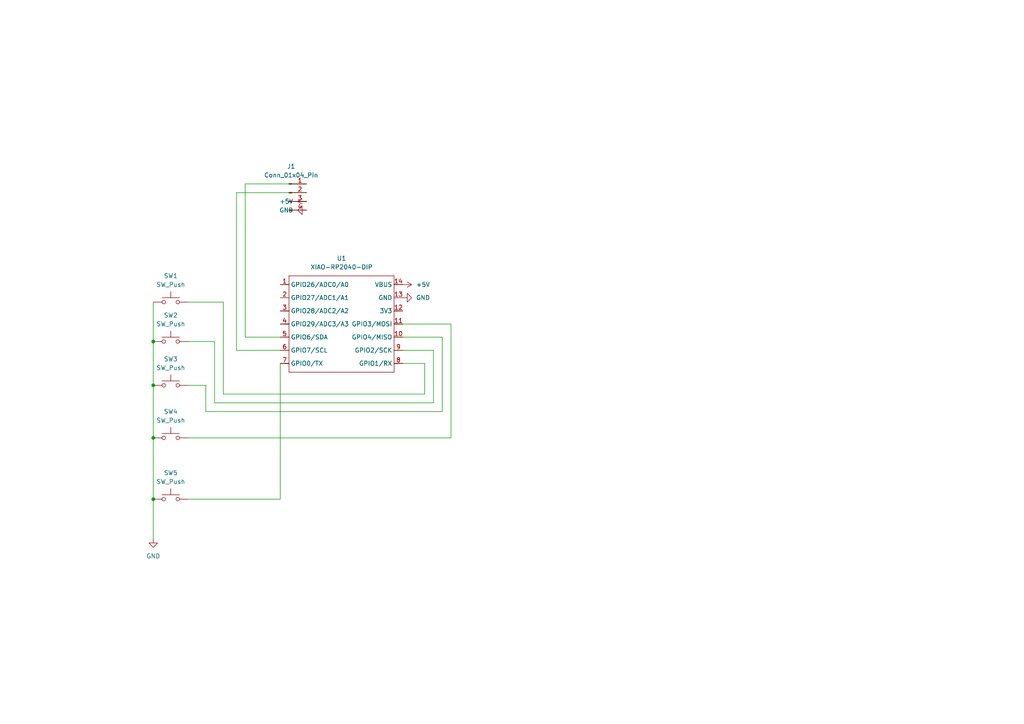
<source format=kicad_sch>
(kicad_sch
	(version 20250114)
	(generator "eeschema")
	(generator_version "9.0")
	(uuid "85007a06-6210-423e-9436-62e59545c1c4")
	(paper "A4")
	(lib_symbols
		(symbol "Connector:Conn_01x04_Pin"
			(pin_names
				(offset 1.016)
				(hide yes)
			)
			(exclude_from_sim no)
			(in_bom yes)
			(on_board yes)
			(property "Reference" "J"
				(at 0 5.08 0)
				(effects
					(font
						(size 1.27 1.27)
					)
				)
			)
			(property "Value" "Conn_01x04_Pin"
				(at 0 -7.62 0)
				(effects
					(font
						(size 1.27 1.27)
					)
				)
			)
			(property "Footprint" ""
				(at 0 0 0)
				(effects
					(font
						(size 1.27 1.27)
					)
					(hide yes)
				)
			)
			(property "Datasheet" "~"
				(at 0 0 0)
				(effects
					(font
						(size 1.27 1.27)
					)
					(hide yes)
				)
			)
			(property "Description" "Generic connector, single row, 01x04, script generated"
				(at 0 0 0)
				(effects
					(font
						(size 1.27 1.27)
					)
					(hide yes)
				)
			)
			(property "ki_locked" ""
				(at 0 0 0)
				(effects
					(font
						(size 1.27 1.27)
					)
				)
			)
			(property "ki_keywords" "connector"
				(at 0 0 0)
				(effects
					(font
						(size 1.27 1.27)
					)
					(hide yes)
				)
			)
			(property "ki_fp_filters" "Connector*:*_1x??_*"
				(at 0 0 0)
				(effects
					(font
						(size 1.27 1.27)
					)
					(hide yes)
				)
			)
			(symbol "Conn_01x04_Pin_1_1"
				(rectangle
					(start 0.8636 2.667)
					(end 0 2.413)
					(stroke
						(width 0.1524)
						(type default)
					)
					(fill
						(type outline)
					)
				)
				(rectangle
					(start 0.8636 0.127)
					(end 0 -0.127)
					(stroke
						(width 0.1524)
						(type default)
					)
					(fill
						(type outline)
					)
				)
				(rectangle
					(start 0.8636 -2.413)
					(end 0 -2.667)
					(stroke
						(width 0.1524)
						(type default)
					)
					(fill
						(type outline)
					)
				)
				(rectangle
					(start 0.8636 -4.953)
					(end 0 -5.207)
					(stroke
						(width 0.1524)
						(type default)
					)
					(fill
						(type outline)
					)
				)
				(polyline
					(pts
						(xy 1.27 2.54) (xy 0.8636 2.54)
					)
					(stroke
						(width 0.1524)
						(type default)
					)
					(fill
						(type none)
					)
				)
				(polyline
					(pts
						(xy 1.27 0) (xy 0.8636 0)
					)
					(stroke
						(width 0.1524)
						(type default)
					)
					(fill
						(type none)
					)
				)
				(polyline
					(pts
						(xy 1.27 -2.54) (xy 0.8636 -2.54)
					)
					(stroke
						(width 0.1524)
						(type default)
					)
					(fill
						(type none)
					)
				)
				(polyline
					(pts
						(xy 1.27 -5.08) (xy 0.8636 -5.08)
					)
					(stroke
						(width 0.1524)
						(type default)
					)
					(fill
						(type none)
					)
				)
				(pin passive line
					(at 5.08 2.54 180)
					(length 3.81)
					(name "Pin_1"
						(effects
							(font
								(size 1.27 1.27)
							)
						)
					)
					(number "1"
						(effects
							(font
								(size 1.27 1.27)
							)
						)
					)
				)
				(pin passive line
					(at 5.08 0 180)
					(length 3.81)
					(name "Pin_2"
						(effects
							(font
								(size 1.27 1.27)
							)
						)
					)
					(number "2"
						(effects
							(font
								(size 1.27 1.27)
							)
						)
					)
				)
				(pin passive line
					(at 5.08 -2.54 180)
					(length 3.81)
					(name "Pin_3"
						(effects
							(font
								(size 1.27 1.27)
							)
						)
					)
					(number "3"
						(effects
							(font
								(size 1.27 1.27)
							)
						)
					)
				)
				(pin passive line
					(at 5.08 -5.08 180)
					(length 3.81)
					(name "Pin_4"
						(effects
							(font
								(size 1.27 1.27)
							)
						)
					)
					(number "4"
						(effects
							(font
								(size 1.27 1.27)
							)
						)
					)
				)
			)
			(embedded_fonts no)
		)
		(symbol "OPL:XIAO-RP2040-DIP"
			(exclude_from_sim no)
			(in_bom yes)
			(on_board yes)
			(property "Reference" "U"
				(at 0 0 0)
				(effects
					(font
						(size 1.27 1.27)
					)
				)
			)
			(property "Value" "XIAO-RP2040-DIP"
				(at 5.334 -1.778 0)
				(effects
					(font
						(size 1.27 1.27)
					)
				)
			)
			(property "Footprint" "Module:MOUDLE14P-XIAO-DIP-SMD"
				(at 14.478 -32.258 0)
				(effects
					(font
						(size 1.27 1.27)
					)
					(hide yes)
				)
			)
			(property "Datasheet" ""
				(at 0 0 0)
				(effects
					(font
						(size 1.27 1.27)
					)
					(hide yes)
				)
			)
			(property "Description" ""
				(at 0 0 0)
				(effects
					(font
						(size 1.27 1.27)
					)
					(hide yes)
				)
			)
			(symbol "XIAO-RP2040-DIP_1_0"
				(polyline
					(pts
						(xy -1.27 -2.54) (xy 29.21 -2.54)
					)
					(stroke
						(width 0.1524)
						(type solid)
					)
					(fill
						(type none)
					)
				)
				(polyline
					(pts
						(xy -1.27 -5.08) (xy -2.54 -5.08)
					)
					(stroke
						(width 0.1524)
						(type solid)
					)
					(fill
						(type none)
					)
				)
				(polyline
					(pts
						(xy -1.27 -5.08) (xy -1.27 -2.54)
					)
					(stroke
						(width 0.1524)
						(type solid)
					)
					(fill
						(type none)
					)
				)
				(polyline
					(pts
						(xy -1.27 -8.89) (xy -2.54 -8.89)
					)
					(stroke
						(width 0.1524)
						(type solid)
					)
					(fill
						(type none)
					)
				)
				(polyline
					(pts
						(xy -1.27 -8.89) (xy -1.27 -5.08)
					)
					(stroke
						(width 0.1524)
						(type solid)
					)
					(fill
						(type none)
					)
				)
				(polyline
					(pts
						(xy -1.27 -12.7) (xy -2.54 -12.7)
					)
					(stroke
						(width 0.1524)
						(type solid)
					)
					(fill
						(type none)
					)
				)
				(polyline
					(pts
						(xy -1.27 -12.7) (xy -1.27 -8.89)
					)
					(stroke
						(width 0.1524)
						(type solid)
					)
					(fill
						(type none)
					)
				)
				(polyline
					(pts
						(xy -1.27 -16.51) (xy -2.54 -16.51)
					)
					(stroke
						(width 0.1524)
						(type solid)
					)
					(fill
						(type none)
					)
				)
				(polyline
					(pts
						(xy -1.27 -16.51) (xy -1.27 -12.7)
					)
					(stroke
						(width 0.1524)
						(type solid)
					)
					(fill
						(type none)
					)
				)
				(polyline
					(pts
						(xy -1.27 -20.32) (xy -2.54 -20.32)
					)
					(stroke
						(width 0.1524)
						(type solid)
					)
					(fill
						(type none)
					)
				)
				(polyline
					(pts
						(xy -1.27 -24.13) (xy -2.54 -24.13)
					)
					(stroke
						(width 0.1524)
						(type solid)
					)
					(fill
						(type none)
					)
				)
				(polyline
					(pts
						(xy -1.27 -27.94) (xy -2.54 -27.94)
					)
					(stroke
						(width 0.1524)
						(type solid)
					)
					(fill
						(type none)
					)
				)
				(polyline
					(pts
						(xy -1.27 -30.48) (xy -1.27 -16.51)
					)
					(stroke
						(width 0.1524)
						(type solid)
					)
					(fill
						(type none)
					)
				)
				(polyline
					(pts
						(xy 29.21 -2.54) (xy 29.21 -5.08)
					)
					(stroke
						(width 0.1524)
						(type solid)
					)
					(fill
						(type none)
					)
				)
				(polyline
					(pts
						(xy 29.21 -5.08) (xy 29.21 -8.89)
					)
					(stroke
						(width 0.1524)
						(type solid)
					)
					(fill
						(type none)
					)
				)
				(polyline
					(pts
						(xy 29.21 -8.89) (xy 29.21 -12.7)
					)
					(stroke
						(width 0.1524)
						(type solid)
					)
					(fill
						(type none)
					)
				)
				(polyline
					(pts
						(xy 29.21 -12.7) (xy 29.21 -30.48)
					)
					(stroke
						(width 0.1524)
						(type solid)
					)
					(fill
						(type none)
					)
				)
				(polyline
					(pts
						(xy 29.21 -30.48) (xy -1.27 -30.48)
					)
					(stroke
						(width 0.1524)
						(type solid)
					)
					(fill
						(type none)
					)
				)
				(polyline
					(pts
						(xy 30.48 -5.08) (xy 29.21 -5.08)
					)
					(stroke
						(width 0.1524)
						(type solid)
					)
					(fill
						(type none)
					)
				)
				(polyline
					(pts
						(xy 30.48 -8.89) (xy 29.21 -8.89)
					)
					(stroke
						(width 0.1524)
						(type solid)
					)
					(fill
						(type none)
					)
				)
				(polyline
					(pts
						(xy 30.48 -12.7) (xy 29.21 -12.7)
					)
					(stroke
						(width 0.1524)
						(type solid)
					)
					(fill
						(type none)
					)
				)
				(polyline
					(pts
						(xy 30.48 -16.51) (xy 29.21 -16.51)
					)
					(stroke
						(width 0.1524)
						(type solid)
					)
					(fill
						(type none)
					)
				)
				(polyline
					(pts
						(xy 30.48 -20.32) (xy 29.21 -20.32)
					)
					(stroke
						(width 0.1524)
						(type solid)
					)
					(fill
						(type none)
					)
				)
				(polyline
					(pts
						(xy 30.48 -24.13) (xy 29.21 -24.13)
					)
					(stroke
						(width 0.1524)
						(type solid)
					)
					(fill
						(type none)
					)
				)
				(polyline
					(pts
						(xy 30.48 -27.94) (xy 29.21 -27.94)
					)
					(stroke
						(width 0.1524)
						(type solid)
					)
					(fill
						(type none)
					)
				)
				(pin passive line
					(at -3.81 -5.08 0)
					(length 2.54)
					(name "GPIO26/ADC0/A0"
						(effects
							(font
								(size 1.27 1.27)
							)
						)
					)
					(number "1"
						(effects
							(font
								(size 1.27 1.27)
							)
						)
					)
				)
				(pin passive line
					(at -3.81 -8.89 0)
					(length 2.54)
					(name "GPIO27/ADC1/A1"
						(effects
							(font
								(size 1.27 1.27)
							)
						)
					)
					(number "2"
						(effects
							(font
								(size 1.27 1.27)
							)
						)
					)
				)
				(pin passive line
					(at -3.81 -12.7 0)
					(length 2.54)
					(name "GPIO28/ADC2/A2"
						(effects
							(font
								(size 1.27 1.27)
							)
						)
					)
					(number "3"
						(effects
							(font
								(size 1.27 1.27)
							)
						)
					)
				)
				(pin passive line
					(at -3.81 -16.51 0)
					(length 2.54)
					(name "GPIO29/ADC3/A3"
						(effects
							(font
								(size 1.27 1.27)
							)
						)
					)
					(number "4"
						(effects
							(font
								(size 1.27 1.27)
							)
						)
					)
				)
				(pin passive line
					(at -3.81 -20.32 0)
					(length 2.54)
					(name "GPIO6/SDA"
						(effects
							(font
								(size 1.27 1.27)
							)
						)
					)
					(number "5"
						(effects
							(font
								(size 1.27 1.27)
							)
						)
					)
				)
				(pin passive line
					(at -3.81 -24.13 0)
					(length 2.54)
					(name "GPIO7/SCL"
						(effects
							(font
								(size 1.27 1.27)
							)
						)
					)
					(number "6"
						(effects
							(font
								(size 1.27 1.27)
							)
						)
					)
				)
				(pin passive line
					(at -3.81 -27.94 0)
					(length 2.54)
					(name "GPIO0/TX"
						(effects
							(font
								(size 1.27 1.27)
							)
						)
					)
					(number "7"
						(effects
							(font
								(size 1.27 1.27)
							)
						)
					)
				)
				(pin passive line
					(at 31.75 -5.08 180)
					(length 2.54)
					(name "VBUS"
						(effects
							(font
								(size 1.27 1.27)
							)
						)
					)
					(number "14"
						(effects
							(font
								(size 1.27 1.27)
							)
						)
					)
				)
				(pin passive line
					(at 31.75 -8.89 180)
					(length 2.54)
					(name "GND"
						(effects
							(font
								(size 1.27 1.27)
							)
						)
					)
					(number "13"
						(effects
							(font
								(size 1.27 1.27)
							)
						)
					)
				)
				(pin passive line
					(at 31.75 -12.7 180)
					(length 2.54)
					(name "3V3"
						(effects
							(font
								(size 1.27 1.27)
							)
						)
					)
					(number "12"
						(effects
							(font
								(size 1.27 1.27)
							)
						)
					)
				)
				(pin passive line
					(at 31.75 -16.51 180)
					(length 2.54)
					(name "GPIO3/MOSI"
						(effects
							(font
								(size 1.27 1.27)
							)
						)
					)
					(number "11"
						(effects
							(font
								(size 1.27 1.27)
							)
						)
					)
				)
				(pin passive line
					(at 31.75 -20.32 180)
					(length 2.54)
					(name "GPIO4/MISO"
						(effects
							(font
								(size 1.27 1.27)
							)
						)
					)
					(number "10"
						(effects
							(font
								(size 1.27 1.27)
							)
						)
					)
				)
				(pin passive line
					(at 31.75 -24.13 180)
					(length 2.54)
					(name "GPIO2/SCK"
						(effects
							(font
								(size 1.27 1.27)
							)
						)
					)
					(number "9"
						(effects
							(font
								(size 1.27 1.27)
							)
						)
					)
				)
				(pin passive line
					(at 31.75 -27.94 180)
					(length 2.54)
					(name "GPIO1/RX"
						(effects
							(font
								(size 1.27 1.27)
							)
						)
					)
					(number "8"
						(effects
							(font
								(size 1.27 1.27)
							)
						)
					)
				)
			)
			(embedded_fonts no)
		)
		(symbol "Switch:SW_Push"
			(pin_numbers
				(hide yes)
			)
			(pin_names
				(offset 1.016)
				(hide yes)
			)
			(exclude_from_sim no)
			(in_bom yes)
			(on_board yes)
			(property "Reference" "SW"
				(at 1.27 2.54 0)
				(effects
					(font
						(size 1.27 1.27)
					)
					(justify left)
				)
			)
			(property "Value" "SW_Push"
				(at 0 -1.524 0)
				(effects
					(font
						(size 1.27 1.27)
					)
				)
			)
			(property "Footprint" ""
				(at 0 5.08 0)
				(effects
					(font
						(size 1.27 1.27)
					)
					(hide yes)
				)
			)
			(property "Datasheet" "~"
				(at 0 5.08 0)
				(effects
					(font
						(size 1.27 1.27)
					)
					(hide yes)
				)
			)
			(property "Description" "Push button switch, generic, two pins"
				(at 0 0 0)
				(effects
					(font
						(size 1.27 1.27)
					)
					(hide yes)
				)
			)
			(property "ki_keywords" "switch normally-open pushbutton push-button"
				(at 0 0 0)
				(effects
					(font
						(size 1.27 1.27)
					)
					(hide yes)
				)
			)
			(symbol "SW_Push_0_1"
				(circle
					(center -2.032 0)
					(radius 0.508)
					(stroke
						(width 0)
						(type default)
					)
					(fill
						(type none)
					)
				)
				(polyline
					(pts
						(xy 0 1.27) (xy 0 3.048)
					)
					(stroke
						(width 0)
						(type default)
					)
					(fill
						(type none)
					)
				)
				(circle
					(center 2.032 0)
					(radius 0.508)
					(stroke
						(width 0)
						(type default)
					)
					(fill
						(type none)
					)
				)
				(polyline
					(pts
						(xy 2.54 1.27) (xy -2.54 1.27)
					)
					(stroke
						(width 0)
						(type default)
					)
					(fill
						(type none)
					)
				)
				(pin passive line
					(at -5.08 0 0)
					(length 2.54)
					(name "1"
						(effects
							(font
								(size 1.27 1.27)
							)
						)
					)
					(number "1"
						(effects
							(font
								(size 1.27 1.27)
							)
						)
					)
				)
				(pin passive line
					(at 5.08 0 180)
					(length 2.54)
					(name "2"
						(effects
							(font
								(size 1.27 1.27)
							)
						)
					)
					(number "2"
						(effects
							(font
								(size 1.27 1.27)
							)
						)
					)
				)
			)
			(embedded_fonts no)
		)
		(symbol "power:+5V"
			(power)
			(pin_numbers
				(hide yes)
			)
			(pin_names
				(offset 0)
				(hide yes)
			)
			(exclude_from_sim no)
			(in_bom yes)
			(on_board yes)
			(property "Reference" "#PWR"
				(at 0 -3.81 0)
				(effects
					(font
						(size 1.27 1.27)
					)
					(hide yes)
				)
			)
			(property "Value" "+5V"
				(at 0 3.556 0)
				(effects
					(font
						(size 1.27 1.27)
					)
				)
			)
			(property "Footprint" ""
				(at 0 0 0)
				(effects
					(font
						(size 1.27 1.27)
					)
					(hide yes)
				)
			)
			(property "Datasheet" ""
				(at 0 0 0)
				(effects
					(font
						(size 1.27 1.27)
					)
					(hide yes)
				)
			)
			(property "Description" "Power symbol creates a global label with name \"+5V\""
				(at 0 0 0)
				(effects
					(font
						(size 1.27 1.27)
					)
					(hide yes)
				)
			)
			(property "ki_keywords" "global power"
				(at 0 0 0)
				(effects
					(font
						(size 1.27 1.27)
					)
					(hide yes)
				)
			)
			(symbol "+5V_0_1"
				(polyline
					(pts
						(xy -0.762 1.27) (xy 0 2.54)
					)
					(stroke
						(width 0)
						(type default)
					)
					(fill
						(type none)
					)
				)
				(polyline
					(pts
						(xy 0 2.54) (xy 0.762 1.27)
					)
					(stroke
						(width 0)
						(type default)
					)
					(fill
						(type none)
					)
				)
				(polyline
					(pts
						(xy 0 0) (xy 0 2.54)
					)
					(stroke
						(width 0)
						(type default)
					)
					(fill
						(type none)
					)
				)
			)
			(symbol "+5V_1_1"
				(pin power_in line
					(at 0 0 90)
					(length 0)
					(name "~"
						(effects
							(font
								(size 1.27 1.27)
							)
						)
					)
					(number "1"
						(effects
							(font
								(size 1.27 1.27)
							)
						)
					)
				)
			)
			(embedded_fonts no)
		)
		(symbol "power:GND"
			(power)
			(pin_numbers
				(hide yes)
			)
			(pin_names
				(offset 0)
				(hide yes)
			)
			(exclude_from_sim no)
			(in_bom yes)
			(on_board yes)
			(property "Reference" "#PWR"
				(at 0 -6.35 0)
				(effects
					(font
						(size 1.27 1.27)
					)
					(hide yes)
				)
			)
			(property "Value" "GND"
				(at 0 -3.81 0)
				(effects
					(font
						(size 1.27 1.27)
					)
				)
			)
			(property "Footprint" ""
				(at 0 0 0)
				(effects
					(font
						(size 1.27 1.27)
					)
					(hide yes)
				)
			)
			(property "Datasheet" ""
				(at 0 0 0)
				(effects
					(font
						(size 1.27 1.27)
					)
					(hide yes)
				)
			)
			(property "Description" "Power symbol creates a global label with name \"GND\" , ground"
				(at 0 0 0)
				(effects
					(font
						(size 1.27 1.27)
					)
					(hide yes)
				)
			)
			(property "ki_keywords" "global power"
				(at 0 0 0)
				(effects
					(font
						(size 1.27 1.27)
					)
					(hide yes)
				)
			)
			(symbol "GND_0_1"
				(polyline
					(pts
						(xy 0 0) (xy 0 -1.27) (xy 1.27 -1.27) (xy 0 -2.54) (xy -1.27 -1.27) (xy 0 -1.27)
					)
					(stroke
						(width 0)
						(type default)
					)
					(fill
						(type none)
					)
				)
			)
			(symbol "GND_1_1"
				(pin power_in line
					(at 0 0 270)
					(length 0)
					(name "~"
						(effects
							(font
								(size 1.27 1.27)
							)
						)
					)
					(number "1"
						(effects
							(font
								(size 1.27 1.27)
							)
						)
					)
				)
			)
			(embedded_fonts no)
		)
	)
	(junction
		(at 44.45 99.06)
		(diameter 0)
		(color 0 0 0 0)
		(uuid "116e4de2-fc57-4012-945c-283a1b7e8f84")
	)
	(junction
		(at 44.45 127)
		(diameter 0)
		(color 0 0 0 0)
		(uuid "2da5ce5e-add8-4ed5-a336-ac8419bc7290")
	)
	(junction
		(at 44.45 144.78)
		(diameter 0)
		(color 0 0 0 0)
		(uuid "4037361e-f91e-4750-bc5a-21a40ab47d8f")
	)
	(junction
		(at 44.45 111.76)
		(diameter 0)
		(color 0 0 0 0)
		(uuid "aa2b6413-2529-4c64-a40f-b66c96ab1c72")
	)
	(wire
		(pts
			(xy 44.45 87.63) (xy 44.45 99.06)
		)
		(stroke
			(width 0)
			(type default)
		)
		(uuid "024f0c0a-c9e5-4927-b6f6-03924e968b00")
	)
	(wire
		(pts
			(xy 64.77 87.63) (xy 64.77 114.3)
		)
		(stroke
			(width 0)
			(type default)
		)
		(uuid "045dc45e-8a9d-4731-bbf3-cf018116d8b9")
	)
	(wire
		(pts
			(xy 68.58 55.88) (xy 88.9 55.88)
		)
		(stroke
			(width 0)
			(type default)
		)
		(uuid "28fa9f6e-d697-4bf7-9042-376fb5611a42")
	)
	(wire
		(pts
			(xy 130.81 127) (xy 130.81 93.98)
		)
		(stroke
			(width 0)
			(type default)
		)
		(uuid "2e807eba-ba56-4b78-8e77-cc6ee2a242bc")
	)
	(wire
		(pts
			(xy 128.27 119.38) (xy 128.27 97.79)
		)
		(stroke
			(width 0)
			(type default)
		)
		(uuid "32dcf400-2dfb-4789-9992-9c277fcee90d")
	)
	(wire
		(pts
			(xy 125.73 116.84) (xy 125.73 101.6)
		)
		(stroke
			(width 0)
			(type default)
		)
		(uuid "36f36554-4c20-4335-9708-ce7b11028488")
	)
	(wire
		(pts
			(xy 54.61 127) (xy 130.81 127)
		)
		(stroke
			(width 0)
			(type default)
		)
		(uuid "40c80b91-388a-401d-8deb-9a13b47bbb01")
	)
	(wire
		(pts
			(xy 81.28 144.78) (xy 81.28 105.41)
		)
		(stroke
			(width 0)
			(type default)
		)
		(uuid "49c2e2fb-73c1-4984-8e0e-66534ae982ff")
	)
	(wire
		(pts
			(xy 44.45 111.76) (xy 44.45 127)
		)
		(stroke
			(width 0)
			(type default)
		)
		(uuid "4f8c90d1-3b26-4b19-9e74-cf59ffb7f1b7")
	)
	(wire
		(pts
			(xy 71.12 53.34) (xy 71.12 97.79)
		)
		(stroke
			(width 0)
			(type default)
		)
		(uuid "550b0101-cfb8-4f9f-a67b-bb325a510e52")
	)
	(wire
		(pts
			(xy 64.77 114.3) (xy 123.19 114.3)
		)
		(stroke
			(width 0)
			(type default)
		)
		(uuid "60c93d8b-5da9-48e1-8181-bcaf3c5e9321")
	)
	(wire
		(pts
			(xy 128.27 97.79) (xy 116.84 97.79)
		)
		(stroke
			(width 0)
			(type default)
		)
		(uuid "6875b268-d804-4774-babf-e257169951b3")
	)
	(wire
		(pts
			(xy 130.81 93.98) (xy 116.84 93.98)
		)
		(stroke
			(width 0)
			(type default)
		)
		(uuid "6f295a42-e5ad-4ea2-8e87-5b27e8e172e4")
	)
	(wire
		(pts
			(xy 125.73 101.6) (xy 116.84 101.6)
		)
		(stroke
			(width 0)
			(type default)
		)
		(uuid "700b44eb-8d54-4af1-9f48-f5a0aa1de31f")
	)
	(wire
		(pts
			(xy 59.69 111.76) (xy 59.69 119.38)
		)
		(stroke
			(width 0)
			(type default)
		)
		(uuid "704fc5cf-f757-4603-bc50-3cc91882697f")
	)
	(wire
		(pts
			(xy 68.58 55.88) (xy 68.58 101.6)
		)
		(stroke
			(width 0)
			(type default)
		)
		(uuid "71e5a1bd-726c-4b4c-8abe-f483afebc250")
	)
	(wire
		(pts
			(xy 123.19 114.3) (xy 123.19 105.41)
		)
		(stroke
			(width 0)
			(type default)
		)
		(uuid "727314e2-85d1-45a7-8c9c-b255a00da56b")
	)
	(wire
		(pts
			(xy 71.12 53.34) (xy 88.9 53.34)
		)
		(stroke
			(width 0)
			(type default)
		)
		(uuid "833eddb2-bf2c-43de-bf09-3f2c5a2f83ea")
	)
	(wire
		(pts
			(xy 54.61 87.63) (xy 64.77 87.63)
		)
		(stroke
			(width 0)
			(type default)
		)
		(uuid "8671cd2b-8b45-48c1-99fc-622cfb66817d")
	)
	(wire
		(pts
			(xy 68.58 101.6) (xy 81.28 101.6)
		)
		(stroke
			(width 0)
			(type default)
		)
		(uuid "94b63cc0-8fa0-48c9-a9c0-105f189f2df0")
	)
	(wire
		(pts
			(xy 123.19 105.41) (xy 116.84 105.41)
		)
		(stroke
			(width 0)
			(type default)
		)
		(uuid "9d04dc01-3f00-4704-b5d7-895a89beae16")
	)
	(wire
		(pts
			(xy 62.23 99.06) (xy 62.23 116.84)
		)
		(stroke
			(width 0)
			(type default)
		)
		(uuid "9e3ad90f-40cc-4143-a993-bd927cc341d4")
	)
	(wire
		(pts
			(xy 71.12 97.79) (xy 81.28 97.79)
		)
		(stroke
			(width 0)
			(type default)
		)
		(uuid "a37f95cd-76ab-4a82-84ca-d06c60f77f86")
	)
	(wire
		(pts
			(xy 44.45 99.06) (xy 44.45 111.76)
		)
		(stroke
			(width 0)
			(type default)
		)
		(uuid "d0cd3866-fc6a-4cb7-8d05-da34e7f8b21e")
	)
	(wire
		(pts
			(xy 59.69 119.38) (xy 128.27 119.38)
		)
		(stroke
			(width 0)
			(type default)
		)
		(uuid "d5ec8c03-12b5-412c-8898-fb14ea508d71")
	)
	(wire
		(pts
			(xy 44.45 127) (xy 44.45 144.78)
		)
		(stroke
			(width 0)
			(type default)
		)
		(uuid "e561f3b1-251c-4b32-af07-9356f2f5ec9d")
	)
	(wire
		(pts
			(xy 44.45 144.78) (xy 44.45 156.21)
		)
		(stroke
			(width 0)
			(type default)
		)
		(uuid "eec2472d-867e-4b3f-a277-85cd7de9cc74")
	)
	(wire
		(pts
			(xy 54.61 144.78) (xy 81.28 144.78)
		)
		(stroke
			(width 0)
			(type default)
		)
		(uuid "f1a6295b-bb90-4812-8384-81da6cc97767")
	)
	(wire
		(pts
			(xy 62.23 116.84) (xy 125.73 116.84)
		)
		(stroke
			(width 0)
			(type default)
		)
		(uuid "f64d3fcc-83d9-4e71-b881-a8ef5a2cb2a0")
	)
	(wire
		(pts
			(xy 54.61 99.06) (xy 62.23 99.06)
		)
		(stroke
			(width 0)
			(type default)
		)
		(uuid "f65e390b-fbc9-466b-9b7a-ec7a02f05260")
	)
	(wire
		(pts
			(xy 54.61 111.76) (xy 59.69 111.76)
		)
		(stroke
			(width 0)
			(type default)
		)
		(uuid "feb569d4-b714-4935-b812-9ed908d2e51f")
	)
	(symbol
		(lib_id "Switch:SW_Push")
		(at 49.53 144.78 0)
		(unit 1)
		(exclude_from_sim no)
		(in_bom yes)
		(on_board yes)
		(dnp no)
		(uuid "2758be9b-e88a-48be-85f2-35118b995b4b")
		(property "Reference" "SW5"
			(at 49.53 137.16 0)
			(effects
				(font
					(size 1.27 1.27)
				)
			)
		)
		(property "Value" "SW_Push"
			(at 49.53 139.7 0)
			(effects
				(font
					(size 1.27 1.27)
				)
			)
		)
		(property "Footprint" "Button_Switch_Keyboard:SW_Cherry_MX_1.00u_PCB"
			(at 49.53 139.7 0)
			(effects
				(font
					(size 1.27 1.27)
				)
				(hide yes)
			)
		)
		(property "Datasheet" "~"
			(at 49.53 139.7 0)
			(effects
				(font
					(size 1.27 1.27)
				)
				(hide yes)
			)
		)
		(property "Description" "Push button switch, generic, two pins"
			(at 49.53 144.78 0)
			(effects
				(font
					(size 1.27 1.27)
				)
				(hide yes)
			)
		)
		(pin "2"
			(uuid "fd356f03-8aca-4471-bcca-407dd1135324")
		)
		(pin "1"
			(uuid "e7caefab-6ac5-4d92-9198-f558cb39d231")
		)
		(instances
			(project "HACKPAD"
				(path "/85007a06-6210-423e-9436-62e59545c1c4"
					(reference "SW5")
					(unit 1)
				)
			)
		)
	)
	(symbol
		(lib_id "Switch:SW_Push")
		(at 49.53 87.63 0)
		(unit 1)
		(exclude_from_sim no)
		(in_bom yes)
		(on_board yes)
		(dnp no)
		(uuid "30825eba-8c91-47fb-a4c1-f5623befd9d7")
		(property "Reference" "SW1"
			(at 49.53 80.01 0)
			(effects
				(font
					(size 1.27 1.27)
				)
			)
		)
		(property "Value" "SW_Push"
			(at 49.53 82.55 0)
			(effects
				(font
					(size 1.27 1.27)
				)
			)
		)
		(property "Footprint" "Button_Switch_Keyboard:SW_Cherry_MX_1.00u_PCB"
			(at 49.53 82.55 0)
			(effects
				(font
					(size 1.27 1.27)
				)
				(hide yes)
			)
		)
		(property "Datasheet" "~"
			(at 49.53 82.55 0)
			(effects
				(font
					(size 1.27 1.27)
				)
				(hide yes)
			)
		)
		(property "Description" "Push button switch, generic, two pins"
			(at 49.53 87.63 0)
			(effects
				(font
					(size 1.27 1.27)
				)
				(hide yes)
			)
		)
		(pin "2"
			(uuid "a37c0c3a-03fe-473e-8fb7-ff396c762ce0")
		)
		(pin "1"
			(uuid "f63368ca-ed0a-44b0-b553-c4236dc2b3da")
		)
		(instances
			(project ""
				(path "/85007a06-6210-423e-9436-62e59545c1c4"
					(reference "SW1")
					(unit 1)
				)
			)
		)
	)
	(symbol
		(lib_id "power:+5V")
		(at 88.9 58.42 90)
		(unit 1)
		(exclude_from_sim no)
		(in_bom yes)
		(on_board yes)
		(dnp no)
		(fields_autoplaced yes)
		(uuid "3a640dba-044e-4782-b1bc-73630b5784b8")
		(property "Reference" "#PWR01"
			(at 92.71 58.42 0)
			(effects
				(font
					(size 1.27 1.27)
				)
				(hide yes)
			)
		)
		(property "Value" "+5V"
			(at 85.09 58.4199 90)
			(effects
				(font
					(size 1.27 1.27)
				)
				(justify left)
			)
		)
		(property "Footprint" ""
			(at 88.9 58.42 0)
			(effects
				(font
					(size 1.27 1.27)
				)
				(hide yes)
			)
		)
		(property "Datasheet" ""
			(at 88.9 58.42 0)
			(effects
				(font
					(size 1.27 1.27)
				)
				(hide yes)
			)
		)
		(property "Description" "Power symbol creates a global label with name \"+5V\""
			(at 88.9 58.42 0)
			(effects
				(font
					(size 1.27 1.27)
				)
				(hide yes)
			)
		)
		(pin "1"
			(uuid "a5d255c1-a5d1-4b0e-b472-bdfc2ac0b847")
		)
		(instances
			(project ""
				(path "/85007a06-6210-423e-9436-62e59545c1c4"
					(reference "#PWR01")
					(unit 1)
				)
			)
		)
	)
	(symbol
		(lib_id "power:GND")
		(at 116.84 86.36 90)
		(unit 1)
		(exclude_from_sim no)
		(in_bom yes)
		(on_board yes)
		(dnp no)
		(fields_autoplaced yes)
		(uuid "469102c1-7183-4f5e-bc15-6bcd1d8d609f")
		(property "Reference" "#PWR04"
			(at 123.19 86.36 0)
			(effects
				(font
					(size 1.27 1.27)
				)
				(hide yes)
			)
		)
		(property "Value" "GND"
			(at 120.65 86.3599 90)
			(effects
				(font
					(size 1.27 1.27)
				)
				(justify right)
			)
		)
		(property "Footprint" ""
			(at 116.84 86.36 0)
			(effects
				(font
					(size 1.27 1.27)
				)
				(hide yes)
			)
		)
		(property "Datasheet" ""
			(at 116.84 86.36 0)
			(effects
				(font
					(size 1.27 1.27)
				)
				(hide yes)
			)
		)
		(property "Description" "Power symbol creates a global label with name \"GND\" , ground"
			(at 116.84 86.36 0)
			(effects
				(font
					(size 1.27 1.27)
				)
				(hide yes)
			)
		)
		(pin "1"
			(uuid "c6cbc28a-1646-4210-a15f-8cd6d4da29f6")
		)
		(instances
			(project "HACKPAD"
				(path "/85007a06-6210-423e-9436-62e59545c1c4"
					(reference "#PWR04")
					(unit 1)
				)
			)
		)
	)
	(symbol
		(lib_id "power:GND")
		(at 88.9 60.96 270)
		(unit 1)
		(exclude_from_sim no)
		(in_bom yes)
		(on_board yes)
		(dnp no)
		(fields_autoplaced yes)
		(uuid "4a684498-ba85-47ac-b9a5-a9406fb39f72")
		(property "Reference" "#PWR02"
			(at 82.55 60.96 0)
			(effects
				(font
					(size 1.27 1.27)
				)
				(hide yes)
			)
		)
		(property "Value" "GND"
			(at 85.09 60.9599 90)
			(effects
				(font
					(size 1.27 1.27)
				)
				(justify right)
			)
		)
		(property "Footprint" ""
			(at 88.9 60.96 0)
			(effects
				(font
					(size 1.27 1.27)
				)
				(hide yes)
			)
		)
		(property "Datasheet" ""
			(at 88.9 60.96 0)
			(effects
				(font
					(size 1.27 1.27)
				)
				(hide yes)
			)
		)
		(property "Description" "Power symbol creates a global label with name \"GND\" , ground"
			(at 88.9 60.96 0)
			(effects
				(font
					(size 1.27 1.27)
				)
				(hide yes)
			)
		)
		(pin "1"
			(uuid "f28a8544-7d70-4bc4-a841-c8886f028431")
		)
		(instances
			(project ""
				(path "/85007a06-6210-423e-9436-62e59545c1c4"
					(reference "#PWR02")
					(unit 1)
				)
			)
		)
	)
	(symbol
		(lib_id "Switch:SW_Push")
		(at 49.53 99.06 0)
		(unit 1)
		(exclude_from_sim no)
		(in_bom yes)
		(on_board yes)
		(dnp no)
		(fields_autoplaced yes)
		(uuid "58ef5f2f-bd10-480a-9a18-b999e954e7cf")
		(property "Reference" "SW2"
			(at 49.53 91.44 0)
			(effects
				(font
					(size 1.27 1.27)
				)
			)
		)
		(property "Value" "SW_Push"
			(at 49.53 93.98 0)
			(effects
				(font
					(size 1.27 1.27)
				)
			)
		)
		(property "Footprint" "Button_Switch_Keyboard:SW_Cherry_MX_1.00u_PCB"
			(at 49.53 93.98 0)
			(effects
				(font
					(size 1.27 1.27)
				)
				(hide yes)
			)
		)
		(property "Datasheet" "~"
			(at 49.53 93.98 0)
			(effects
				(font
					(size 1.27 1.27)
				)
				(hide yes)
			)
		)
		(property "Description" "Push button switch, generic, two pins"
			(at 49.53 99.06 0)
			(effects
				(font
					(size 1.27 1.27)
				)
				(hide yes)
			)
		)
		(pin "2"
			(uuid "8f3c9acf-9ad7-4c8c-a47f-e830a619b5e2")
		)
		(pin "1"
			(uuid "d5195012-b697-4e03-8d0a-50350ff6ad6e")
		)
		(instances
			(project "HACKPAD"
				(path "/85007a06-6210-423e-9436-62e59545c1c4"
					(reference "SW2")
					(unit 1)
				)
			)
		)
	)
	(symbol
		(lib_id "Connector:Conn_01x04_Pin")
		(at 83.82 55.88 0)
		(unit 1)
		(exclude_from_sim no)
		(in_bom yes)
		(on_board yes)
		(dnp no)
		(fields_autoplaced yes)
		(uuid "c0f38995-62f8-40e3-9ab9-8cd333e84304")
		(property "Reference" "J1"
			(at 84.455 48.26 0)
			(effects
				(font
					(size 1.27 1.27)
				)
			)
		)
		(property "Value" "Conn_01x04_Pin"
			(at 84.455 50.8 0)
			(effects
				(font
					(size 1.27 1.27)
				)
			)
		)
		(property "Footprint" "Connector_PinHeader_2.54mm:PinHeader_1x04_P2.54mm_Vertical"
			(at 83.82 55.88 0)
			(effects
				(font
					(size 1.27 1.27)
				)
				(hide yes)
			)
		)
		(property "Datasheet" "~"
			(at 83.82 55.88 0)
			(effects
				(font
					(size 1.27 1.27)
				)
				(hide yes)
			)
		)
		(property "Description" "Generic connector, single row, 01x04, script generated"
			(at 83.82 55.88 0)
			(effects
				(font
					(size 1.27 1.27)
				)
				(hide yes)
			)
		)
		(pin "1"
			(uuid "8c6fae58-fe2a-4394-8177-d213824e7bbd")
		)
		(pin "4"
			(uuid "ebc94287-8c2b-45ea-a8c7-c863691e540e")
		)
		(pin "3"
			(uuid "29f10c33-e876-42ff-8472-c3dab3171c23")
		)
		(pin "2"
			(uuid "4f02b526-8906-4de5-a7e8-8696c29ae4e3")
		)
		(instances
			(project ""
				(path "/85007a06-6210-423e-9436-62e59545c1c4"
					(reference "J1")
					(unit 1)
				)
			)
		)
	)
	(symbol
		(lib_id "Switch:SW_Push")
		(at 49.53 111.76 0)
		(unit 1)
		(exclude_from_sim no)
		(in_bom yes)
		(on_board yes)
		(dnp no)
		(fields_autoplaced yes)
		(uuid "cb606e4b-0870-4491-9849-a74109e59052")
		(property "Reference" "SW3"
			(at 49.53 104.14 0)
			(effects
				(font
					(size 1.27 1.27)
				)
			)
		)
		(property "Value" "SW_Push"
			(at 49.53 106.68 0)
			(effects
				(font
					(size 1.27 1.27)
				)
			)
		)
		(property "Footprint" "Button_Switch_Keyboard:SW_Cherry_MX_1.00u_PCB"
			(at 49.53 106.68 0)
			(effects
				(font
					(size 1.27 1.27)
				)
				(hide yes)
			)
		)
		(property "Datasheet" "~"
			(at 49.53 106.68 0)
			(effects
				(font
					(size 1.27 1.27)
				)
				(hide yes)
			)
		)
		(property "Description" "Push button switch, generic, two pins"
			(at 49.53 111.76 0)
			(effects
				(font
					(size 1.27 1.27)
				)
				(hide yes)
			)
		)
		(pin "2"
			(uuid "32cce9de-3d90-4f86-b949-2c07054fff52")
		)
		(pin "1"
			(uuid "0c9b72ef-85b3-4009-80e1-d6e2d69c4ea2")
		)
		(instances
			(project "HACKPAD"
				(path "/85007a06-6210-423e-9436-62e59545c1c4"
					(reference "SW3")
					(unit 1)
				)
			)
		)
	)
	(symbol
		(lib_id "power:GND")
		(at 44.45 156.21 0)
		(unit 1)
		(exclude_from_sim no)
		(in_bom yes)
		(on_board yes)
		(dnp no)
		(fields_autoplaced yes)
		(uuid "d4d02d91-f345-478f-834f-d04ddc9843d0")
		(property "Reference" "#PWR05"
			(at 44.45 162.56 0)
			(effects
				(font
					(size 1.27 1.27)
				)
				(hide yes)
			)
		)
		(property "Value" "GND"
			(at 44.45 161.29 0)
			(effects
				(font
					(size 1.27 1.27)
				)
			)
		)
		(property "Footprint" ""
			(at 44.45 156.21 0)
			(effects
				(font
					(size 1.27 1.27)
				)
				(hide yes)
			)
		)
		(property "Datasheet" ""
			(at 44.45 156.21 0)
			(effects
				(font
					(size 1.27 1.27)
				)
				(hide yes)
			)
		)
		(property "Description" "Power symbol creates a global label with name \"GND\" , ground"
			(at 44.45 156.21 0)
			(effects
				(font
					(size 1.27 1.27)
				)
				(hide yes)
			)
		)
		(pin "1"
			(uuid "8f9ff3ef-a326-4f37-8779-13480cfe32cd")
		)
		(instances
			(project "HACKPAD"
				(path "/85007a06-6210-423e-9436-62e59545c1c4"
					(reference "#PWR05")
					(unit 1)
				)
			)
		)
	)
	(symbol
		(lib_id "OPL:XIAO-RP2040-DIP")
		(at 85.09 77.47 0)
		(unit 1)
		(exclude_from_sim no)
		(in_bom yes)
		(on_board yes)
		(dnp no)
		(uuid "f7b85143-29cf-41e2-9fbf-6275cecd87b2")
		(property "Reference" "U1"
			(at 99.06 74.93 0)
			(effects
				(font
					(size 1.27 1.27)
				)
			)
		)
		(property "Value" "XIAO-RP2040-DIP"
			(at 99.06 77.47 0)
			(effects
				(font
					(size 1.27 1.27)
				)
			)
		)
		(property "Footprint" "opl:XIAO-RP2040-DIP"
			(at 99.568 109.728 0)
			(effects
				(font
					(size 1.27 1.27)
				)
				(hide yes)
			)
		)
		(property "Datasheet" ""
			(at 85.09 77.47 0)
			(effects
				(font
					(size 1.27 1.27)
				)
				(hide yes)
			)
		)
		(property "Description" ""
			(at 85.09 77.47 0)
			(effects
				(font
					(size 1.27 1.27)
				)
				(hide yes)
			)
		)
		(pin "14"
			(uuid "2040a40c-3860-4cd7-811e-6bbe8d6b2b6e")
		)
		(pin "5"
			(uuid "2bc9f0a7-bf22-4985-9cec-b346f82915a5")
		)
		(pin "13"
			(uuid "7f4d209c-1c6d-4919-b45f-207943723938")
		)
		(pin "4"
			(uuid "16cb36c3-0872-440d-beeb-e70d0bb3d755")
		)
		(pin "6"
			(uuid "ba259c2b-0542-487c-a171-6c008dd91a53")
		)
		(pin "12"
			(uuid "ff4951bc-307e-4cda-9a81-b353e40e6c9e")
		)
		(pin "8"
			(uuid "191d9a30-171f-4cf0-a84b-2ca84d74fe42")
		)
		(pin "11"
			(uuid "beebacc9-e59f-4af8-a710-d03d69abc9e0")
		)
		(pin "7"
			(uuid "55913296-231f-46da-b794-2cc54f67286b")
		)
		(pin "10"
			(uuid "f5c7ff38-944a-4b71-bd51-9984f52faef4")
		)
		(pin "2"
			(uuid "711bbc08-468b-4794-a06b-3a93da90db63")
		)
		(pin "1"
			(uuid "13900774-c5ad-4841-a09e-87c21969e96b")
		)
		(pin "3"
			(uuid "07cdf851-b0c5-4b8b-943c-f0a2480cd973")
		)
		(pin "9"
			(uuid "a0221c21-da19-4131-8ecd-1cb0521bee35")
		)
		(instances
			(project ""
				(path "/85007a06-6210-423e-9436-62e59545c1c4"
					(reference "U1")
					(unit 1)
				)
			)
		)
	)
	(symbol
		(lib_id "power:+5V")
		(at 116.84 82.55 270)
		(unit 1)
		(exclude_from_sim no)
		(in_bom yes)
		(on_board yes)
		(dnp no)
		(fields_autoplaced yes)
		(uuid "fde12fff-3fb8-44fc-ad27-0efffa59fe0a")
		(property "Reference" "#PWR03"
			(at 113.03 82.55 0)
			(effects
				(font
					(size 1.27 1.27)
				)
				(hide yes)
			)
		)
		(property "Value" "+5V"
			(at 120.65 82.5499 90)
			(effects
				(font
					(size 1.27 1.27)
				)
				(justify left)
			)
		)
		(property "Footprint" ""
			(at 116.84 82.55 0)
			(effects
				(font
					(size 1.27 1.27)
				)
				(hide yes)
			)
		)
		(property "Datasheet" ""
			(at 116.84 82.55 0)
			(effects
				(font
					(size 1.27 1.27)
				)
				(hide yes)
			)
		)
		(property "Description" "Power symbol creates a global label with name \"+5V\""
			(at 116.84 82.55 0)
			(effects
				(font
					(size 1.27 1.27)
				)
				(hide yes)
			)
		)
		(pin "1"
			(uuid "0c7c1735-8d60-4f78-966b-cdec21cd80bc")
		)
		(instances
			(project ""
				(path "/85007a06-6210-423e-9436-62e59545c1c4"
					(reference "#PWR03")
					(unit 1)
				)
			)
		)
	)
	(symbol
		(lib_id "Switch:SW_Push")
		(at 49.53 127 0)
		(unit 1)
		(exclude_from_sim no)
		(in_bom yes)
		(on_board yes)
		(dnp no)
		(fields_autoplaced yes)
		(uuid "fe7237f3-df49-4364-b75d-d7f266f8008a")
		(property "Reference" "SW4"
			(at 49.53 119.38 0)
			(effects
				(font
					(size 1.27 1.27)
				)
			)
		)
		(property "Value" "SW_Push"
			(at 49.53 121.92 0)
			(effects
				(font
					(size 1.27 1.27)
				)
			)
		)
		(property "Footprint" "Button_Switch_Keyboard:SW_Cherry_MX_1.00u_PCB"
			(at 49.53 121.92 0)
			(effects
				(font
					(size 1.27 1.27)
				)
				(hide yes)
			)
		)
		(property "Datasheet" "~"
			(at 49.53 121.92 0)
			(effects
				(font
					(size 1.27 1.27)
				)
				(hide yes)
			)
		)
		(property "Description" "Push button switch, generic, two pins"
			(at 49.53 127 0)
			(effects
				(font
					(size 1.27 1.27)
				)
				(hide yes)
			)
		)
		(pin "2"
			(uuid "9f1bf0d1-72b1-4e11-b34e-55f4bb873f97")
		)
		(pin "1"
			(uuid "3b2143d3-ebd1-46e6-abac-6be3ae2f2611")
		)
		(instances
			(project "HACKPAD"
				(path "/85007a06-6210-423e-9436-62e59545c1c4"
					(reference "SW4")
					(unit 1)
				)
			)
		)
	)
	(sheet_instances
		(path "/"
			(page "1")
		)
	)
	(embedded_fonts no)
)

</source>
